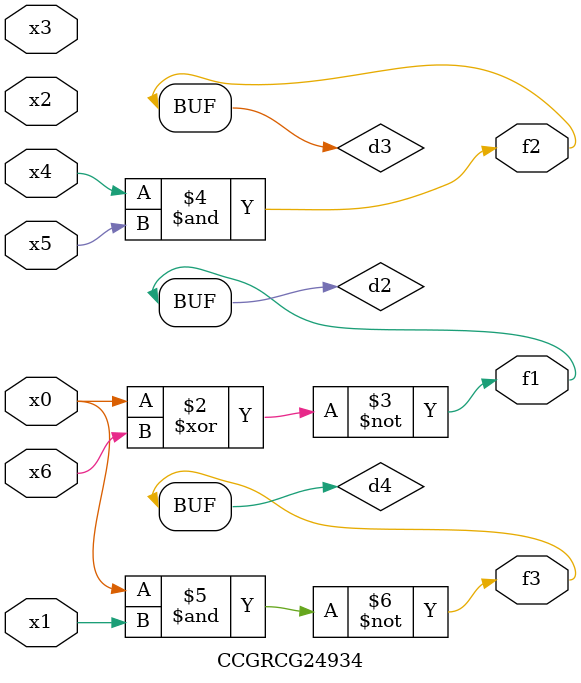
<source format=v>
module CCGRCG24934(
	input x0, x1, x2, x3, x4, x5, x6,
	output f1, f2, f3
);

	wire d1, d2, d3, d4;

	nor (d1, x0);
	xnor (d2, x0, x6);
	and (d3, x4, x5);
	nand (d4, x0, x1);
	assign f1 = d2;
	assign f2 = d3;
	assign f3 = d4;
endmodule

</source>
